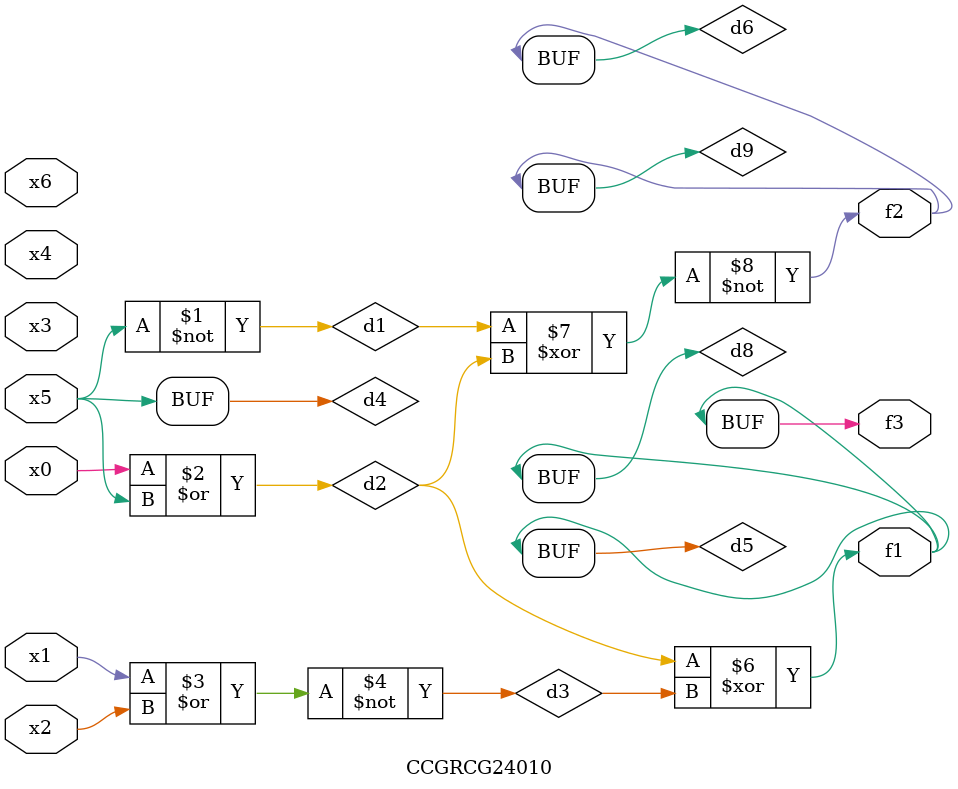
<source format=v>
module CCGRCG24010(
	input x0, x1, x2, x3, x4, x5, x6,
	output f1, f2, f3
);

	wire d1, d2, d3, d4, d5, d6, d7, d8, d9;

	nand (d1, x5);
	or (d2, x0, x5);
	nor (d3, x1, x2);
	xnor (d4, d1);
	xor (d5, d2, d3);
	xnor (d6, d1, d2);
	not (d7, x4);
	buf (d8, d5);
	xor (d9, d6);
	assign f1 = d8;
	assign f2 = d9;
	assign f3 = d8;
endmodule

</source>
